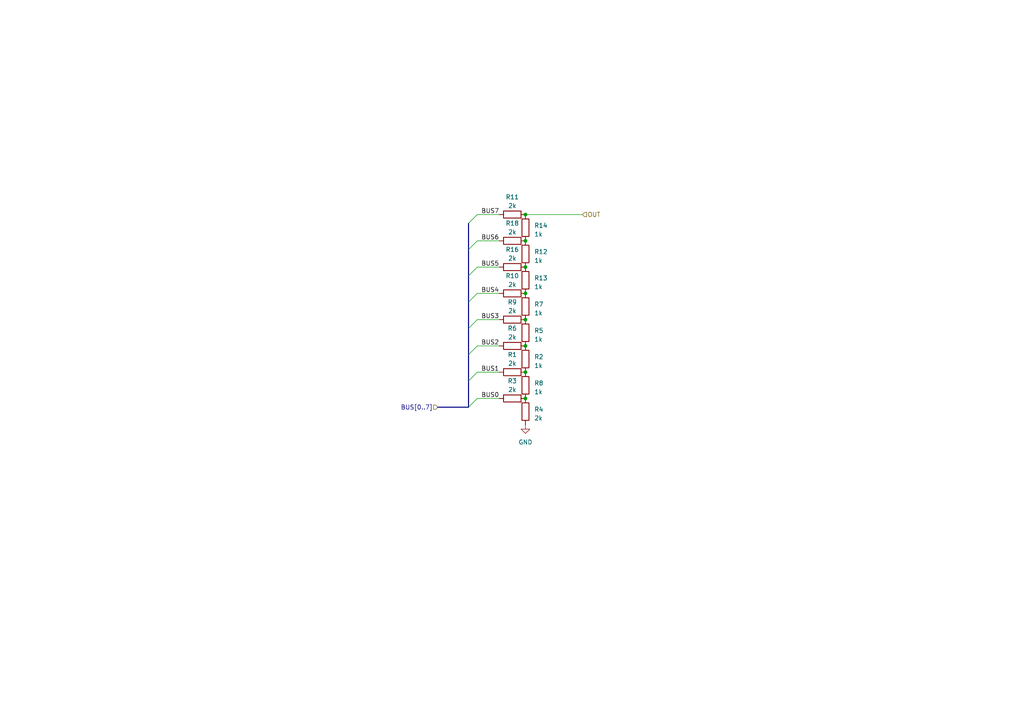
<source format=kicad_sch>
(kicad_sch (version 20230121) (generator eeschema)
  (paper "A4")
  (title_block (title "Przetwornik Cyfrowo-Analogowy") (date "2023-04-15") (rev "1.0") (comment 2 "8-bitowy konwerter R-2R. Rezystory 0.1% lub lepsze"))
  (lib_symbols
    (symbol "Device:R" (pin_numbers hide) (pin_names (offset 0))
      (property "Reference" "R" (at 2.032 0 90))
      (property "Value" "R" (at 0 0 90))
      (symbol "R_0_1"
        (rectangle (start -1.016 -2.54) (end 1.016 2.54) (stroke (width 0.254)))
      )
      (symbol "R_1_1"
        (pin passive line (at 0 3.81 270) (length 1.27) (name "~") (number "1"))
        (pin passive line (at 0 -3.81 90) (length 1.27) (name "~") (number "2"))
      )
    )
    (symbol "power:GND" (power) (pin_names (offset 0))
      (property "Value" "GND" (at 0 -3.81 0))
      (symbol "GND_0_1"
        (polyline (pts (xy 0 0) (xy 0 -1.27) (xy 1.27 -1.27) (xy 0 -2.54) (xy -1.27 -1.27) (xy 0 -1.27)))
      )
      (symbol "GND_1_1"
        (pin power_in line (at 0 0 270) (length 0) hide (name "GND") (number "1"))
      )
    )
  )
  (junction (at 152.4 62.23))
  (junction (at 152.4 92.71))
  (junction (at 152.4 85.09))
  (junction (at 152.4 77.47))
  (junction (at 152.4 115.57))
  (junction (at 152.4 100.33))
  (junction (at 152.4 69.85))
  (junction (at 152.4 107.95))
  (bus_entry (at 135.89 110.49) (size 2.54 -2.54))
  (bus_entry (at 135.89 64.77) (size 2.54 -2.54))
  (bus_entry (at 135.89 118.11) (size 2.54 -2.54))
  (bus_entry (at 135.89 72.39) (size 2.54 -2.54))
  (bus_entry (at 135.89 80.01) (size 2.54 -2.54))
  (bus_entry (at 135.89 87.63) (size 2.54 -2.54))
  (bus_entry (at 135.89 102.87) (size 2.54 -2.54))
  (bus_entry (at 135.89 95.25) (size 2.54 -2.54))
  (wire (pts (xy 138.43 69.85) (xy 144.78 69.85)))
  (wire (pts (xy 138.43 92.71) (xy 144.78 92.71)))
  (bus (pts (xy 135.89 72.39) (xy 135.89 80.01)))
  (wire (pts (xy 138.43 77.47) (xy 144.78 77.47)))
  (bus (pts (xy 135.89 80.01) (xy 135.89 87.63)))
  (wire (pts (xy 138.43 100.33) (xy 144.78 100.33)))
  (bus (pts (xy 135.89 87.63) (xy 135.89 95.25)))
  (wire (pts (xy 138.43 107.95) (xy 144.78 107.95)))
  (bus (pts (xy 135.89 102.87) (xy 135.89 110.49)))
  (wire (pts (xy 138.43 62.23) (xy 144.78 62.23)))
  (bus (pts (xy 135.89 95.25) (xy 135.89 102.87)))
  (wire (pts (xy 138.43 85.09) (xy 144.78 85.09)))
  (wire (pts (xy 138.43 115.57) (xy 144.78 115.57)))
  (wire (pts (xy 152.4 62.23) (xy 168.91 62.23)))
  (bus (pts (xy 135.89 110.49) (xy 135.89 118.11)))
  (bus (pts (xy 135.89 64.77) (xy 135.89 72.39)))
  (bus (pts (xy 127 118.11) (xy 135.89 118.11)))
  (label "BUS5" (at 144.78 77.47 180))
  (label "BUS0" (at 144.78 115.57 180))
  (label "BUS3" (at 144.78 92.71 180))
  (label "BUS2" (at 144.78 100.33 180))
  (label "BUS7" (at 144.78 62.23 180))
  (label "BUS6" (at 144.78 69.85 180))
  (label "BUS1" (at 144.78 107.95 180))
  (label "BUS4" (at 144.78 85.09 180))
  (hierarchical_label "OUT" (shape input) (at 168.91 62.23 0))
  (hierarchical_label "BUS[0..7]" (shape input) (at 127 118.11 180))
  (symbol (lib_id "Device:R") (at 152.4 66.04 0) (unit 1)
    (property "Reference" "R14" (at 154.94 65.405 0) (effects (justify left)))
    (property "Value" "1k" (at 154.94 67.945 0) (effects (justify left)))
    (property "Footprint" "Resistor_SMD:R_0805_2012Metric_Pad1.20x1.40mm_HandSolder" (effects hide))
  )
  (symbol (lib_id "Device:R") (at 148.59 77.47 90) (unit 1)
    (property "Reference" "R16" (at 148.59 72.39 90))
    (property "Value" "2k" (at 148.59 74.93 90))
    (property "Footprint" "Resistor_SMD:R_0805_2012Metric_Pad1.20x1.40mm_HandSolder" (effects hide))
  )
  (symbol (lib_id "Device:R") (at 152.4 81.28 0) (unit 1)
    (property "Reference" "R13" (at 154.94 80.645 0) (effects (justify left)))
    (property "Value" "1k" (at 154.94 83.185 0) (effects (justify left)))
    (property "Footprint" "Resistor_SMD:R_0805_2012Metric_Pad1.20x1.40mm_HandSolder" (effects hide))
  )
  (symbol (lib_id "Device:R") (at 152.4 73.66 0) (unit 1)
    (property "Reference" "R12" (at 154.94 73.025 0) (effects (justify left)))
    (property "Value" "1k" (at 154.94 75.565 0) (effects (justify left)))
    (property "Footprint" "Resistor_SMD:R_0805_2012Metric_Pad1.20x1.40mm_HandSolder" (effects hide))
  )
  (symbol (lib_id "power:GND") (at 152.4 123.19 0) (unit 1)
    (property "Reference" "#PWR031" (effects hide))
    (property "Value" "GND" (at 152.4 128.27 0))
  )
  (symbol (lib_id "Device:R") (at 152.4 88.9 0) (unit 1)
    (property "Reference" "R7" (at 154.94 88.265 0) (effects (justify left)))
    (property "Value" "1k" (at 154.94 90.805 0) (effects (justify left)))
    (property "Footprint" "Resistor_SMD:R_0805_2012Metric_Pad1.20x1.40mm_HandSolder" (effects hide))
  )
  (symbol (lib_id "Device:R") (at 152.4 96.52 0) (unit 1)
    (property "Reference" "R5" (at 154.94 95.885 0) (effects (justify left)))
    (property "Value" "1k" (at 154.94 98.425 0) (effects (justify left)))
    (property "Footprint" "Resistor_SMD:R_0805_2012Metric_Pad1.20x1.40mm_HandSolder" (effects hide))
  )
  (symbol (lib_id "Device:R") (at 148.59 62.23 90) (unit 1)
    (property "Reference" "R11" (at 148.59 57.15 90))
    (property "Value" "2k" (at 148.59 59.69 90))
    (property "Footprint" "Resistor_SMD:R_0805_2012Metric_Pad1.20x1.40mm_HandSolder" (effects hide))
  )
  (symbol (lib_id "Device:R") (at 148.59 107.95 90) (unit 1)
    (property "Reference" "R1" (at 148.59 102.87 90))
    (property "Value" "2k" (at 148.59 105.41 90))
    (property "Footprint" "Resistor_SMD:R_0805_2012Metric_Pad1.20x1.40mm_HandSolder" (effects hide))
  )
  (symbol (lib_id "Device:R") (at 152.4 104.14 0) (unit 1)
    (property "Reference" "R2" (at 154.94 103.505 0) (effects (justify left)))
    (property "Value" "1k" (at 154.94 106.045 0) (effects (justify left)))
    (property "Footprint" "Resistor_SMD:R_0805_2012Metric_Pad1.20x1.40mm_HandSolder" (effects hide))
  )
  (symbol (lib_id "Device:R") (at 148.59 92.71 90) (unit 1)
    (property "Reference" "R9" (at 148.59 87.63 90))
    (property "Value" "2k" (at 148.59 90.17 90))
    (property "Footprint" "Resistor_SMD:R_0805_2012Metric_Pad1.20x1.40mm_HandSolder" (effects hide))
  )
  (symbol (lib_id "Device:R") (at 148.59 100.33 90) (unit 1)
    (property "Reference" "R6" (at 148.59 95.25 90))
    (property "Value" "2k" (at 148.59 97.79 90))
    (property "Footprint" "Resistor_SMD:R_0805_2012Metric_Pad1.20x1.40mm_HandSolder" (effects hide))
  )
  (symbol (lib_id "Device:R") (at 148.59 115.57 90) (unit 1)
    (property "Reference" "R3" (at 148.59 110.49 90))
    (property "Value" "2k" (at 148.59 113.03 90))
    (property "Footprint" "Resistor_SMD:R_0805_2012Metric_Pad1.20x1.40mm_HandSolder" (effects hide))
  )
  (symbol (lib_id "Device:R") (at 148.59 69.85 90) (unit 1)
    (property "Reference" "R18" (at 148.59 64.77 90))
    (property "Value" "2k" (at 148.59 67.31 90))
    (property "Footprint" "Resistor_SMD:R_0805_2012Metric_Pad1.20x1.40mm_HandSolder" (effects hide))
  )
  (symbol (lib_id "Device:R") (at 152.4 111.76 0) (unit 1)
    (property "Reference" "R8" (at 154.94 111.125 0) (effects (justify left)))
    (property "Value" "1k" (at 154.94 113.665 0) (effects (justify left)))
    (property "Footprint" "Resistor_SMD:R_0805_2012Metric_Pad1.20x1.40mm_HandSolder" (effects hide))
  )
  (symbol (lib_id "Device:R") (at 152.4 119.38 0) (unit 1)
    (property "Reference" "R4" (at 154.94 118.745 0) (effects (justify left)))
    (property "Value" "2k" (at 154.94 121.285 0) (effects (justify left)))
    (property "Footprint" "Resistor_SMD:R_0805_2012Metric_Pad1.20x1.40mm_HandSolder" (effects hide))
  )
  (symbol (lib_id "Device:R") (at 148.59 85.09 90) (unit 1)
    (property "Reference" "R10" (at 148.59 80.01 90))
    (property "Value" "2k" (at 148.59 82.55 90))
    (property "Footprint" "Resistor_SMD:R_0805_2012Metric_Pad1.20x1.40mm_HandSolder" (effects hide))
  )
)
</source>
